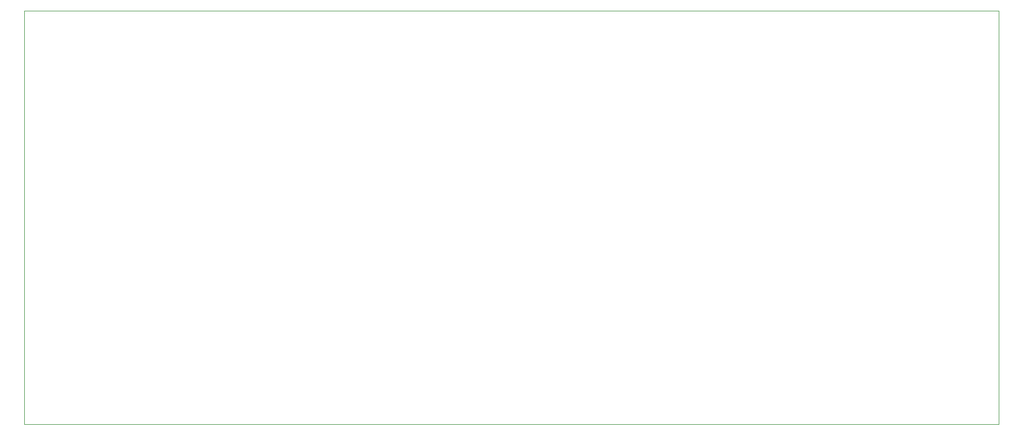
<source format=gbr>
%TF.GenerationSoftware,KiCad,Pcbnew,(5.1.9)-1*%
%TF.CreationDate,2021-02-24T20:02:18-03:00*%
%TF.ProjectId,Genesis,47656e65-7369-4732-9e6b-696361645f70,rev?*%
%TF.SameCoordinates,Original*%
%TF.FileFunction,Profile,NP*%
%FSLAX46Y46*%
G04 Gerber Fmt 4.6, Leading zero omitted, Abs format (unit mm)*
G04 Created by KiCad (PCBNEW (5.1.9)-1) date 2021-02-24 20:02:18*
%MOMM*%
%LPD*%
G01*
G04 APERTURE LIST*
%TA.AperFunction,Profile*%
%ADD10C,0.050000*%
%TD*%
G04 APERTURE END LIST*
D10*
X206500000Y-113000000D02*
X53500000Y-113000000D01*
X206500000Y-48000000D02*
X206500000Y-113000000D01*
X53500000Y-48000000D02*
X206500000Y-48000000D01*
X53500000Y-113000000D02*
X53500000Y-48000000D01*
M02*

</source>
